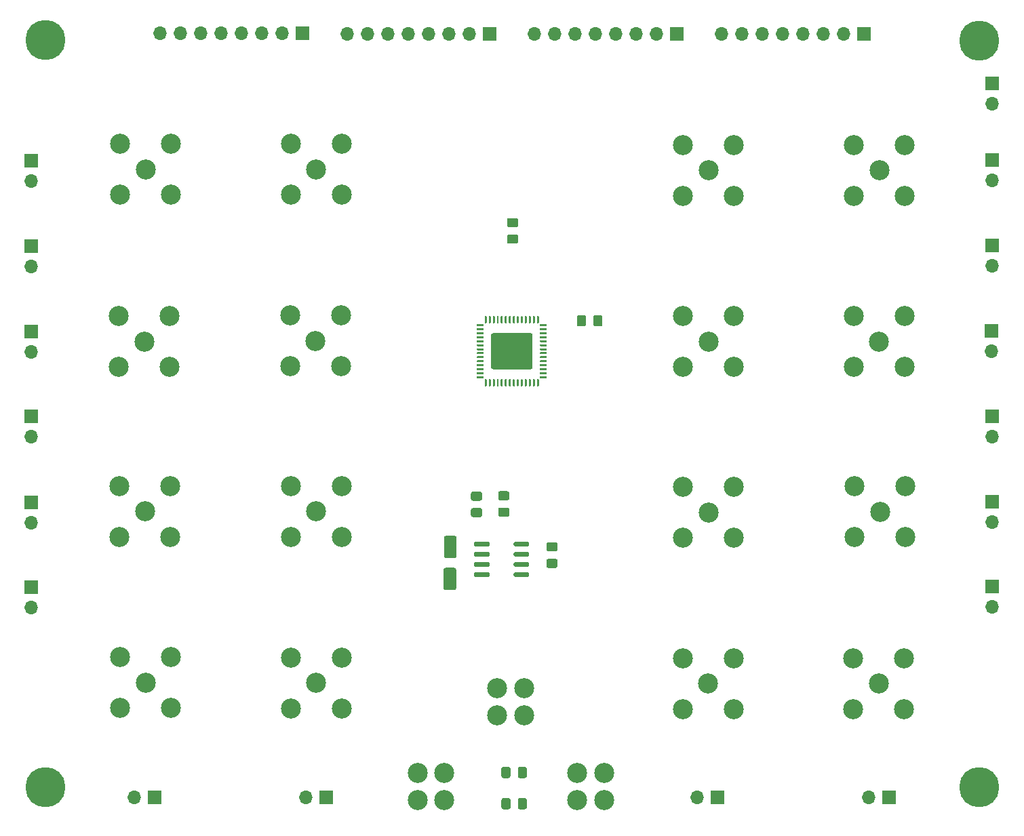
<source format=gbr>
G04 #@! TF.GenerationSoftware,KiCad,Pcbnew,(5.1.10-1-10_14)*
G04 #@! TF.CreationDate,2022-10-09T23:43:03+02:00*
G04 #@! TF.ProjectId,BoatCentralBoard,426f6174-4365-46e7-9472-616c426f6172,rev?*
G04 #@! TF.SameCoordinates,Original*
G04 #@! TF.FileFunction,Soldermask,Top*
G04 #@! TF.FilePolarity,Negative*
%FSLAX46Y46*%
G04 Gerber Fmt 4.6, Leading zero omitted, Abs format (unit mm)*
G04 Created by KiCad (PCBNEW (5.1.10-1-10_14)) date 2022-10-09 23:43:03*
%MOMM*%
%LPD*%
G01*
G04 APERTURE LIST*
%ADD10C,5.000000*%
%ADD11C,2.500000*%
%ADD12R,1.700000X1.700000*%
%ADD13O,1.700000X1.700000*%
G04 APERTURE END LIST*
D10*
X86790800Y-137280600D03*
X203440800Y-137280600D03*
X203390800Y-44030600D03*
X86790800Y-43980600D03*
D11*
X169625000Y-102975000D03*
X166450000Y-106150000D03*
X172800000Y-106150000D03*
X166450000Y-99800000D03*
X172800000Y-99800000D03*
D12*
X205050000Y-101610000D03*
D13*
X205050000Y-104150000D03*
D11*
X153210000Y-135510000D03*
X156580000Y-135510000D03*
X156580000Y-138880000D03*
X153210000Y-138880000D03*
D12*
X205040800Y-49390600D03*
D13*
X205040800Y-51930600D03*
D12*
X118950000Y-43150000D03*
D13*
X116410000Y-43150000D03*
X113870000Y-43150000D03*
X111330000Y-43150000D03*
X108790000Y-43150000D03*
X106250000Y-43150000D03*
X103710000Y-43150000D03*
X101170000Y-43150000D03*
D12*
X142250000Y-43250000D03*
D13*
X139710000Y-43250000D03*
X137170000Y-43250000D03*
X134630000Y-43250000D03*
X132090000Y-43250000D03*
X129550000Y-43250000D03*
X127010000Y-43250000D03*
X124470000Y-43250000D03*
D12*
X165690000Y-43250000D03*
D13*
X163150000Y-43250000D03*
X160610000Y-43250000D03*
X158070000Y-43250000D03*
X155530000Y-43250000D03*
X152990000Y-43250000D03*
X150450000Y-43250000D03*
X147910000Y-43250000D03*
D12*
X189006200Y-43193800D03*
D13*
X186466200Y-43193800D03*
X183926200Y-43193800D03*
X181386200Y-43193800D03*
X178846200Y-43193800D03*
X176306200Y-43193800D03*
X173766200Y-43193800D03*
X171226200Y-43193800D03*
G36*
G01*
X137870400Y-112690600D02*
X136769600Y-112690600D01*
G75*
G02*
X136520000Y-112441000I0J249600D01*
G01*
X136520000Y-110140200D01*
G75*
G02*
X136769600Y-109890600I249600J0D01*
G01*
X137870400Y-109890600D01*
G75*
G02*
X138120000Y-110140200I0J-249600D01*
G01*
X138120000Y-112441000D01*
G75*
G02*
X137870400Y-112690600I-249600J0D01*
G01*
G37*
G36*
G01*
X137921200Y-108690600D02*
X136820400Y-108690600D01*
G75*
G02*
X136570800Y-108441000I0J249600D01*
G01*
X136570800Y-106140200D01*
G75*
G02*
X136820400Y-105890600I249600J0D01*
G01*
X137921200Y-105890600D01*
G75*
G02*
X138170800Y-106140200I0J-249600D01*
G01*
X138170800Y-108441000D01*
G75*
G02*
X137921200Y-108690600I-249600J0D01*
G01*
G37*
D11*
X169550000Y-124350000D03*
X172725000Y-127525000D03*
X172725000Y-121175000D03*
X166375000Y-127525000D03*
X166375000Y-121175000D03*
X169590800Y-81630600D03*
X172765800Y-78455600D03*
X166415800Y-78455600D03*
X172765800Y-84805600D03*
X166415800Y-84805600D03*
X190890800Y-81625000D03*
X194065800Y-78450000D03*
X187715800Y-78450000D03*
X194065800Y-84800000D03*
X187715800Y-84800000D03*
X169590800Y-60275000D03*
X172765800Y-57100000D03*
X166415800Y-57100000D03*
X172765800Y-63450000D03*
X166415800Y-63450000D03*
X120650000Y-102850000D03*
X117475000Y-99675000D03*
X117475000Y-106025000D03*
X123825000Y-99675000D03*
X123825000Y-106025000D03*
X99350000Y-124250000D03*
X96175000Y-121075000D03*
X96175000Y-127425000D03*
X102525000Y-121075000D03*
X102525000Y-127425000D03*
X120650000Y-124275000D03*
X123825000Y-121100000D03*
X117475000Y-121100000D03*
X123825000Y-127450000D03*
X117475000Y-127450000D03*
X99350000Y-60150000D03*
X96175000Y-56975000D03*
X96175000Y-63325000D03*
X102525000Y-56975000D03*
X102525000Y-63325000D03*
X120550000Y-81550000D03*
X117375000Y-78375000D03*
X117375000Y-84725000D03*
X123725000Y-78375000D03*
X123725000Y-84725000D03*
X99150000Y-81650000D03*
X95975000Y-78475000D03*
X95975000Y-84825000D03*
X102325000Y-78475000D03*
X102325000Y-84825000D03*
X99250000Y-102850000D03*
X96075000Y-99675000D03*
X96075000Y-106025000D03*
X102425000Y-99675000D03*
X102425000Y-106025000D03*
X143250000Y-124950000D03*
X146620000Y-124950000D03*
X146620000Y-128320000D03*
X143250000Y-128320000D03*
X190850000Y-124350000D03*
X194025000Y-121175000D03*
X187675000Y-121175000D03*
X194025000Y-127525000D03*
X187675000Y-127525000D03*
X190940800Y-60280600D03*
X187765800Y-57105600D03*
X187765800Y-63455600D03*
X194115800Y-57105600D03*
X194115800Y-63455600D03*
X120650000Y-60150000D03*
X117475000Y-56975000D03*
X117475000Y-63325000D03*
X123825000Y-56975000D03*
X123825000Y-63325000D03*
X191025000Y-102875000D03*
X187850000Y-106050000D03*
X194200000Y-106050000D03*
X187850000Y-99700000D03*
X194200000Y-99700000D03*
X136650000Y-138920000D03*
X133280000Y-138920000D03*
X133280000Y-135550000D03*
X136650000Y-135550000D03*
G36*
G01*
X145285800Y-107095000D02*
X145285800Y-106795000D01*
G75*
G02*
X145435800Y-106645000I150000J0D01*
G01*
X147085800Y-106645000D01*
G75*
G02*
X147235800Y-106795000I0J-150000D01*
G01*
X147235800Y-107095000D01*
G75*
G02*
X147085800Y-107245000I-150000J0D01*
G01*
X145435800Y-107245000D01*
G75*
G02*
X145285800Y-107095000I0J150000D01*
G01*
G37*
G36*
G01*
X145285800Y-108365000D02*
X145285800Y-108065000D01*
G75*
G02*
X145435800Y-107915000I150000J0D01*
G01*
X147085800Y-107915000D01*
G75*
G02*
X147235800Y-108065000I0J-150000D01*
G01*
X147235800Y-108365000D01*
G75*
G02*
X147085800Y-108515000I-150000J0D01*
G01*
X145435800Y-108515000D01*
G75*
G02*
X145285800Y-108365000I0J150000D01*
G01*
G37*
G36*
G01*
X145285800Y-109635000D02*
X145285800Y-109335000D01*
G75*
G02*
X145435800Y-109185000I150000J0D01*
G01*
X147085800Y-109185000D01*
G75*
G02*
X147235800Y-109335000I0J-150000D01*
G01*
X147235800Y-109635000D01*
G75*
G02*
X147085800Y-109785000I-150000J0D01*
G01*
X145435800Y-109785000D01*
G75*
G02*
X145285800Y-109635000I0J150000D01*
G01*
G37*
G36*
G01*
X145285800Y-110905000D02*
X145285800Y-110605000D01*
G75*
G02*
X145435800Y-110455000I150000J0D01*
G01*
X147085800Y-110455000D01*
G75*
G02*
X147235800Y-110605000I0J-150000D01*
G01*
X147235800Y-110905000D01*
G75*
G02*
X147085800Y-111055000I-150000J0D01*
G01*
X145435800Y-111055000D01*
G75*
G02*
X145285800Y-110905000I0J150000D01*
G01*
G37*
G36*
G01*
X140335800Y-110905000D02*
X140335800Y-110605000D01*
G75*
G02*
X140485800Y-110455000I150000J0D01*
G01*
X142135800Y-110455000D01*
G75*
G02*
X142285800Y-110605000I0J-150000D01*
G01*
X142285800Y-110905000D01*
G75*
G02*
X142135800Y-111055000I-150000J0D01*
G01*
X140485800Y-111055000D01*
G75*
G02*
X140335800Y-110905000I0J150000D01*
G01*
G37*
G36*
G01*
X140335800Y-109635000D02*
X140335800Y-109335000D01*
G75*
G02*
X140485800Y-109185000I150000J0D01*
G01*
X142135800Y-109185000D01*
G75*
G02*
X142285800Y-109335000I0J-150000D01*
G01*
X142285800Y-109635000D01*
G75*
G02*
X142135800Y-109785000I-150000J0D01*
G01*
X140485800Y-109785000D01*
G75*
G02*
X140335800Y-109635000I0J150000D01*
G01*
G37*
G36*
G01*
X140335800Y-108365000D02*
X140335800Y-108065000D01*
G75*
G02*
X140485800Y-107915000I150000J0D01*
G01*
X142135800Y-107915000D01*
G75*
G02*
X142285800Y-108065000I0J-150000D01*
G01*
X142285800Y-108365000D01*
G75*
G02*
X142135800Y-108515000I-150000J0D01*
G01*
X140485800Y-108515000D01*
G75*
G02*
X140335800Y-108365000I0J150000D01*
G01*
G37*
G36*
G01*
X140335800Y-107095000D02*
X140335800Y-106795000D01*
G75*
G02*
X140485800Y-106645000I150000J0D01*
G01*
X142135800Y-106645000D01*
G75*
G02*
X142285800Y-106795000I0J-150000D01*
G01*
X142285800Y-107095000D01*
G75*
G02*
X142135800Y-107245000I-150000J0D01*
G01*
X140485800Y-107245000D01*
G75*
G02*
X140335800Y-107095000I0J150000D01*
G01*
G37*
G36*
G01*
X141487500Y-86225000D02*
X140737500Y-86225000D01*
G75*
G02*
X140675000Y-86162500I0J62500D01*
G01*
X140675000Y-86037500D01*
G75*
G02*
X140737500Y-85975000I62500J0D01*
G01*
X141487500Y-85975000D01*
G75*
G02*
X141550000Y-86037500I0J-62500D01*
G01*
X141550000Y-86162500D01*
G75*
G02*
X141487500Y-86225000I-62500J0D01*
G01*
G37*
G36*
G01*
X141487500Y-85725000D02*
X140737500Y-85725000D01*
G75*
G02*
X140675000Y-85662500I0J62500D01*
G01*
X140675000Y-85537500D01*
G75*
G02*
X140737500Y-85475000I62500J0D01*
G01*
X141487500Y-85475000D01*
G75*
G02*
X141550000Y-85537500I0J-62500D01*
G01*
X141550000Y-85662500D01*
G75*
G02*
X141487500Y-85725000I-62500J0D01*
G01*
G37*
G36*
G01*
X141487500Y-85225000D02*
X140737500Y-85225000D01*
G75*
G02*
X140675000Y-85162500I0J62500D01*
G01*
X140675000Y-85037500D01*
G75*
G02*
X140737500Y-84975000I62500J0D01*
G01*
X141487500Y-84975000D01*
G75*
G02*
X141550000Y-85037500I0J-62500D01*
G01*
X141550000Y-85162500D01*
G75*
G02*
X141487500Y-85225000I-62500J0D01*
G01*
G37*
G36*
G01*
X141487500Y-84725000D02*
X140737500Y-84725000D01*
G75*
G02*
X140675000Y-84662500I0J62500D01*
G01*
X140675000Y-84537500D01*
G75*
G02*
X140737500Y-84475000I62500J0D01*
G01*
X141487500Y-84475000D01*
G75*
G02*
X141550000Y-84537500I0J-62500D01*
G01*
X141550000Y-84662500D01*
G75*
G02*
X141487500Y-84725000I-62500J0D01*
G01*
G37*
G36*
G01*
X141487500Y-84225000D02*
X140737500Y-84225000D01*
G75*
G02*
X140675000Y-84162500I0J62500D01*
G01*
X140675000Y-84037500D01*
G75*
G02*
X140737500Y-83975000I62500J0D01*
G01*
X141487500Y-83975000D01*
G75*
G02*
X141550000Y-84037500I0J-62500D01*
G01*
X141550000Y-84162500D01*
G75*
G02*
X141487500Y-84225000I-62500J0D01*
G01*
G37*
G36*
G01*
X141487500Y-83725000D02*
X140737500Y-83725000D01*
G75*
G02*
X140675000Y-83662500I0J62500D01*
G01*
X140675000Y-83537500D01*
G75*
G02*
X140737500Y-83475000I62500J0D01*
G01*
X141487500Y-83475000D01*
G75*
G02*
X141550000Y-83537500I0J-62500D01*
G01*
X141550000Y-83662500D01*
G75*
G02*
X141487500Y-83725000I-62500J0D01*
G01*
G37*
G36*
G01*
X141487500Y-83225000D02*
X140737500Y-83225000D01*
G75*
G02*
X140675000Y-83162500I0J62500D01*
G01*
X140675000Y-83037500D01*
G75*
G02*
X140737500Y-82975000I62500J0D01*
G01*
X141487500Y-82975000D01*
G75*
G02*
X141550000Y-83037500I0J-62500D01*
G01*
X141550000Y-83162500D01*
G75*
G02*
X141487500Y-83225000I-62500J0D01*
G01*
G37*
G36*
G01*
X141487500Y-82725000D02*
X140737500Y-82725000D01*
G75*
G02*
X140675000Y-82662500I0J62500D01*
G01*
X140675000Y-82537500D01*
G75*
G02*
X140737500Y-82475000I62500J0D01*
G01*
X141487500Y-82475000D01*
G75*
G02*
X141550000Y-82537500I0J-62500D01*
G01*
X141550000Y-82662500D01*
G75*
G02*
X141487500Y-82725000I-62500J0D01*
G01*
G37*
G36*
G01*
X141487500Y-82225000D02*
X140737500Y-82225000D01*
G75*
G02*
X140675000Y-82162500I0J62500D01*
G01*
X140675000Y-82037500D01*
G75*
G02*
X140737500Y-81975000I62500J0D01*
G01*
X141487500Y-81975000D01*
G75*
G02*
X141550000Y-82037500I0J-62500D01*
G01*
X141550000Y-82162500D01*
G75*
G02*
X141487500Y-82225000I-62500J0D01*
G01*
G37*
G36*
G01*
X141487500Y-81725000D02*
X140737500Y-81725000D01*
G75*
G02*
X140675000Y-81662500I0J62500D01*
G01*
X140675000Y-81537500D01*
G75*
G02*
X140737500Y-81475000I62500J0D01*
G01*
X141487500Y-81475000D01*
G75*
G02*
X141550000Y-81537500I0J-62500D01*
G01*
X141550000Y-81662500D01*
G75*
G02*
X141487500Y-81725000I-62500J0D01*
G01*
G37*
G36*
G01*
X141487500Y-81225000D02*
X140737500Y-81225000D01*
G75*
G02*
X140675000Y-81162500I0J62500D01*
G01*
X140675000Y-81037500D01*
G75*
G02*
X140737500Y-80975000I62500J0D01*
G01*
X141487500Y-80975000D01*
G75*
G02*
X141550000Y-81037500I0J-62500D01*
G01*
X141550000Y-81162500D01*
G75*
G02*
X141487500Y-81225000I-62500J0D01*
G01*
G37*
G36*
G01*
X141487500Y-80725000D02*
X140737500Y-80725000D01*
G75*
G02*
X140675000Y-80662500I0J62500D01*
G01*
X140675000Y-80537500D01*
G75*
G02*
X140737500Y-80475000I62500J0D01*
G01*
X141487500Y-80475000D01*
G75*
G02*
X141550000Y-80537500I0J-62500D01*
G01*
X141550000Y-80662500D01*
G75*
G02*
X141487500Y-80725000I-62500J0D01*
G01*
G37*
G36*
G01*
X141487500Y-80225000D02*
X140737500Y-80225000D01*
G75*
G02*
X140675000Y-80162500I0J62500D01*
G01*
X140675000Y-80037500D01*
G75*
G02*
X140737500Y-79975000I62500J0D01*
G01*
X141487500Y-79975000D01*
G75*
G02*
X141550000Y-80037500I0J-62500D01*
G01*
X141550000Y-80162500D01*
G75*
G02*
X141487500Y-80225000I-62500J0D01*
G01*
G37*
G36*
G01*
X141487500Y-79725000D02*
X140737500Y-79725000D01*
G75*
G02*
X140675000Y-79662500I0J62500D01*
G01*
X140675000Y-79537500D01*
G75*
G02*
X140737500Y-79475000I62500J0D01*
G01*
X141487500Y-79475000D01*
G75*
G02*
X141550000Y-79537500I0J-62500D01*
G01*
X141550000Y-79662500D01*
G75*
G02*
X141487500Y-79725000I-62500J0D01*
G01*
G37*
G36*
G01*
X141862500Y-79350000D02*
X141737500Y-79350000D01*
G75*
G02*
X141675000Y-79287500I0J62500D01*
G01*
X141675000Y-78537500D01*
G75*
G02*
X141737500Y-78475000I62500J0D01*
G01*
X141862500Y-78475000D01*
G75*
G02*
X141925000Y-78537500I0J-62500D01*
G01*
X141925000Y-79287500D01*
G75*
G02*
X141862500Y-79350000I-62500J0D01*
G01*
G37*
G36*
G01*
X142362500Y-79350000D02*
X142237500Y-79350000D01*
G75*
G02*
X142175000Y-79287500I0J62500D01*
G01*
X142175000Y-78537500D01*
G75*
G02*
X142237500Y-78475000I62500J0D01*
G01*
X142362500Y-78475000D01*
G75*
G02*
X142425000Y-78537500I0J-62500D01*
G01*
X142425000Y-79287500D01*
G75*
G02*
X142362500Y-79350000I-62500J0D01*
G01*
G37*
G36*
G01*
X142862500Y-79350000D02*
X142737500Y-79350000D01*
G75*
G02*
X142675000Y-79287500I0J62500D01*
G01*
X142675000Y-78537500D01*
G75*
G02*
X142737500Y-78475000I62500J0D01*
G01*
X142862500Y-78475000D01*
G75*
G02*
X142925000Y-78537500I0J-62500D01*
G01*
X142925000Y-79287500D01*
G75*
G02*
X142862500Y-79350000I-62500J0D01*
G01*
G37*
G36*
G01*
X143362500Y-79350000D02*
X143237500Y-79350000D01*
G75*
G02*
X143175000Y-79287500I0J62500D01*
G01*
X143175000Y-78537500D01*
G75*
G02*
X143237500Y-78475000I62500J0D01*
G01*
X143362500Y-78475000D01*
G75*
G02*
X143425000Y-78537500I0J-62500D01*
G01*
X143425000Y-79287500D01*
G75*
G02*
X143362500Y-79350000I-62500J0D01*
G01*
G37*
G36*
G01*
X143862500Y-79350000D02*
X143737500Y-79350000D01*
G75*
G02*
X143675000Y-79287500I0J62500D01*
G01*
X143675000Y-78537500D01*
G75*
G02*
X143737500Y-78475000I62500J0D01*
G01*
X143862500Y-78475000D01*
G75*
G02*
X143925000Y-78537500I0J-62500D01*
G01*
X143925000Y-79287500D01*
G75*
G02*
X143862500Y-79350000I-62500J0D01*
G01*
G37*
G36*
G01*
X144362500Y-79350000D02*
X144237500Y-79350000D01*
G75*
G02*
X144175000Y-79287500I0J62500D01*
G01*
X144175000Y-78537500D01*
G75*
G02*
X144237500Y-78475000I62500J0D01*
G01*
X144362500Y-78475000D01*
G75*
G02*
X144425000Y-78537500I0J-62500D01*
G01*
X144425000Y-79287500D01*
G75*
G02*
X144362500Y-79350000I-62500J0D01*
G01*
G37*
G36*
G01*
X144862500Y-79350000D02*
X144737500Y-79350000D01*
G75*
G02*
X144675000Y-79287500I0J62500D01*
G01*
X144675000Y-78537500D01*
G75*
G02*
X144737500Y-78475000I62500J0D01*
G01*
X144862500Y-78475000D01*
G75*
G02*
X144925000Y-78537500I0J-62500D01*
G01*
X144925000Y-79287500D01*
G75*
G02*
X144862500Y-79350000I-62500J0D01*
G01*
G37*
G36*
G01*
X145362500Y-79350000D02*
X145237500Y-79350000D01*
G75*
G02*
X145175000Y-79287500I0J62500D01*
G01*
X145175000Y-78537500D01*
G75*
G02*
X145237500Y-78475000I62500J0D01*
G01*
X145362500Y-78475000D01*
G75*
G02*
X145425000Y-78537500I0J-62500D01*
G01*
X145425000Y-79287500D01*
G75*
G02*
X145362500Y-79350000I-62500J0D01*
G01*
G37*
G36*
G01*
X145862500Y-79350000D02*
X145737500Y-79350000D01*
G75*
G02*
X145675000Y-79287500I0J62500D01*
G01*
X145675000Y-78537500D01*
G75*
G02*
X145737500Y-78475000I62500J0D01*
G01*
X145862500Y-78475000D01*
G75*
G02*
X145925000Y-78537500I0J-62500D01*
G01*
X145925000Y-79287500D01*
G75*
G02*
X145862500Y-79350000I-62500J0D01*
G01*
G37*
G36*
G01*
X146362500Y-79350000D02*
X146237500Y-79350000D01*
G75*
G02*
X146175000Y-79287500I0J62500D01*
G01*
X146175000Y-78537500D01*
G75*
G02*
X146237500Y-78475000I62500J0D01*
G01*
X146362500Y-78475000D01*
G75*
G02*
X146425000Y-78537500I0J-62500D01*
G01*
X146425000Y-79287500D01*
G75*
G02*
X146362500Y-79350000I-62500J0D01*
G01*
G37*
G36*
G01*
X146862500Y-79350000D02*
X146737500Y-79350000D01*
G75*
G02*
X146675000Y-79287500I0J62500D01*
G01*
X146675000Y-78537500D01*
G75*
G02*
X146737500Y-78475000I62500J0D01*
G01*
X146862500Y-78475000D01*
G75*
G02*
X146925000Y-78537500I0J-62500D01*
G01*
X146925000Y-79287500D01*
G75*
G02*
X146862500Y-79350000I-62500J0D01*
G01*
G37*
G36*
G01*
X147362500Y-79350000D02*
X147237500Y-79350000D01*
G75*
G02*
X147175000Y-79287500I0J62500D01*
G01*
X147175000Y-78537500D01*
G75*
G02*
X147237500Y-78475000I62500J0D01*
G01*
X147362500Y-78475000D01*
G75*
G02*
X147425000Y-78537500I0J-62500D01*
G01*
X147425000Y-79287500D01*
G75*
G02*
X147362500Y-79350000I-62500J0D01*
G01*
G37*
G36*
G01*
X147862500Y-79350000D02*
X147737500Y-79350000D01*
G75*
G02*
X147675000Y-79287500I0J62500D01*
G01*
X147675000Y-78537500D01*
G75*
G02*
X147737500Y-78475000I62500J0D01*
G01*
X147862500Y-78475000D01*
G75*
G02*
X147925000Y-78537500I0J-62500D01*
G01*
X147925000Y-79287500D01*
G75*
G02*
X147862500Y-79350000I-62500J0D01*
G01*
G37*
G36*
G01*
X148362500Y-79350000D02*
X148237500Y-79350000D01*
G75*
G02*
X148175000Y-79287500I0J62500D01*
G01*
X148175000Y-78537500D01*
G75*
G02*
X148237500Y-78475000I62500J0D01*
G01*
X148362500Y-78475000D01*
G75*
G02*
X148425000Y-78537500I0J-62500D01*
G01*
X148425000Y-79287500D01*
G75*
G02*
X148362500Y-79350000I-62500J0D01*
G01*
G37*
G36*
G01*
X149362500Y-79725000D02*
X148612500Y-79725000D01*
G75*
G02*
X148550000Y-79662500I0J62500D01*
G01*
X148550000Y-79537500D01*
G75*
G02*
X148612500Y-79475000I62500J0D01*
G01*
X149362500Y-79475000D01*
G75*
G02*
X149425000Y-79537500I0J-62500D01*
G01*
X149425000Y-79662500D01*
G75*
G02*
X149362500Y-79725000I-62500J0D01*
G01*
G37*
G36*
G01*
X149362500Y-80225000D02*
X148612500Y-80225000D01*
G75*
G02*
X148550000Y-80162500I0J62500D01*
G01*
X148550000Y-80037500D01*
G75*
G02*
X148612500Y-79975000I62500J0D01*
G01*
X149362500Y-79975000D01*
G75*
G02*
X149425000Y-80037500I0J-62500D01*
G01*
X149425000Y-80162500D01*
G75*
G02*
X149362500Y-80225000I-62500J0D01*
G01*
G37*
G36*
G01*
X149362500Y-80725000D02*
X148612500Y-80725000D01*
G75*
G02*
X148550000Y-80662500I0J62500D01*
G01*
X148550000Y-80537500D01*
G75*
G02*
X148612500Y-80475000I62500J0D01*
G01*
X149362500Y-80475000D01*
G75*
G02*
X149425000Y-80537500I0J-62500D01*
G01*
X149425000Y-80662500D01*
G75*
G02*
X149362500Y-80725000I-62500J0D01*
G01*
G37*
G36*
G01*
X149362500Y-81225000D02*
X148612500Y-81225000D01*
G75*
G02*
X148550000Y-81162500I0J62500D01*
G01*
X148550000Y-81037500D01*
G75*
G02*
X148612500Y-80975000I62500J0D01*
G01*
X149362500Y-80975000D01*
G75*
G02*
X149425000Y-81037500I0J-62500D01*
G01*
X149425000Y-81162500D01*
G75*
G02*
X149362500Y-81225000I-62500J0D01*
G01*
G37*
G36*
G01*
X149362500Y-81725000D02*
X148612500Y-81725000D01*
G75*
G02*
X148550000Y-81662500I0J62500D01*
G01*
X148550000Y-81537500D01*
G75*
G02*
X148612500Y-81475000I62500J0D01*
G01*
X149362500Y-81475000D01*
G75*
G02*
X149425000Y-81537500I0J-62500D01*
G01*
X149425000Y-81662500D01*
G75*
G02*
X149362500Y-81725000I-62500J0D01*
G01*
G37*
G36*
G01*
X149362500Y-82225000D02*
X148612500Y-82225000D01*
G75*
G02*
X148550000Y-82162500I0J62500D01*
G01*
X148550000Y-82037500D01*
G75*
G02*
X148612500Y-81975000I62500J0D01*
G01*
X149362500Y-81975000D01*
G75*
G02*
X149425000Y-82037500I0J-62500D01*
G01*
X149425000Y-82162500D01*
G75*
G02*
X149362500Y-82225000I-62500J0D01*
G01*
G37*
G36*
G01*
X149362500Y-82725000D02*
X148612500Y-82725000D01*
G75*
G02*
X148550000Y-82662500I0J62500D01*
G01*
X148550000Y-82537500D01*
G75*
G02*
X148612500Y-82475000I62500J0D01*
G01*
X149362500Y-82475000D01*
G75*
G02*
X149425000Y-82537500I0J-62500D01*
G01*
X149425000Y-82662500D01*
G75*
G02*
X149362500Y-82725000I-62500J0D01*
G01*
G37*
G36*
G01*
X149362500Y-83225000D02*
X148612500Y-83225000D01*
G75*
G02*
X148550000Y-83162500I0J62500D01*
G01*
X148550000Y-83037500D01*
G75*
G02*
X148612500Y-82975000I62500J0D01*
G01*
X149362500Y-82975000D01*
G75*
G02*
X149425000Y-83037500I0J-62500D01*
G01*
X149425000Y-83162500D01*
G75*
G02*
X149362500Y-83225000I-62500J0D01*
G01*
G37*
G36*
G01*
X149362500Y-83725000D02*
X148612500Y-83725000D01*
G75*
G02*
X148550000Y-83662500I0J62500D01*
G01*
X148550000Y-83537500D01*
G75*
G02*
X148612500Y-83475000I62500J0D01*
G01*
X149362500Y-83475000D01*
G75*
G02*
X149425000Y-83537500I0J-62500D01*
G01*
X149425000Y-83662500D01*
G75*
G02*
X149362500Y-83725000I-62500J0D01*
G01*
G37*
G36*
G01*
X149362500Y-84225000D02*
X148612500Y-84225000D01*
G75*
G02*
X148550000Y-84162500I0J62500D01*
G01*
X148550000Y-84037500D01*
G75*
G02*
X148612500Y-83975000I62500J0D01*
G01*
X149362500Y-83975000D01*
G75*
G02*
X149425000Y-84037500I0J-62500D01*
G01*
X149425000Y-84162500D01*
G75*
G02*
X149362500Y-84225000I-62500J0D01*
G01*
G37*
G36*
G01*
X149362500Y-84725000D02*
X148612500Y-84725000D01*
G75*
G02*
X148550000Y-84662500I0J62500D01*
G01*
X148550000Y-84537500D01*
G75*
G02*
X148612500Y-84475000I62500J0D01*
G01*
X149362500Y-84475000D01*
G75*
G02*
X149425000Y-84537500I0J-62500D01*
G01*
X149425000Y-84662500D01*
G75*
G02*
X149362500Y-84725000I-62500J0D01*
G01*
G37*
G36*
G01*
X149362500Y-85225000D02*
X148612500Y-85225000D01*
G75*
G02*
X148550000Y-85162500I0J62500D01*
G01*
X148550000Y-85037500D01*
G75*
G02*
X148612500Y-84975000I62500J0D01*
G01*
X149362500Y-84975000D01*
G75*
G02*
X149425000Y-85037500I0J-62500D01*
G01*
X149425000Y-85162500D01*
G75*
G02*
X149362500Y-85225000I-62500J0D01*
G01*
G37*
G36*
G01*
X149362500Y-85725000D02*
X148612500Y-85725000D01*
G75*
G02*
X148550000Y-85662500I0J62500D01*
G01*
X148550000Y-85537500D01*
G75*
G02*
X148612500Y-85475000I62500J0D01*
G01*
X149362500Y-85475000D01*
G75*
G02*
X149425000Y-85537500I0J-62500D01*
G01*
X149425000Y-85662500D01*
G75*
G02*
X149362500Y-85725000I-62500J0D01*
G01*
G37*
G36*
G01*
X149362500Y-86225000D02*
X148612500Y-86225000D01*
G75*
G02*
X148550000Y-86162500I0J62500D01*
G01*
X148550000Y-86037500D01*
G75*
G02*
X148612500Y-85975000I62500J0D01*
G01*
X149362500Y-85975000D01*
G75*
G02*
X149425000Y-86037500I0J-62500D01*
G01*
X149425000Y-86162500D01*
G75*
G02*
X149362500Y-86225000I-62500J0D01*
G01*
G37*
G36*
G01*
X148362500Y-87225000D02*
X148237500Y-87225000D01*
G75*
G02*
X148175000Y-87162500I0J62500D01*
G01*
X148175000Y-86412500D01*
G75*
G02*
X148237500Y-86350000I62500J0D01*
G01*
X148362500Y-86350000D01*
G75*
G02*
X148425000Y-86412500I0J-62500D01*
G01*
X148425000Y-87162500D01*
G75*
G02*
X148362500Y-87225000I-62500J0D01*
G01*
G37*
G36*
G01*
X147862500Y-87225000D02*
X147737500Y-87225000D01*
G75*
G02*
X147675000Y-87162500I0J62500D01*
G01*
X147675000Y-86412500D01*
G75*
G02*
X147737500Y-86350000I62500J0D01*
G01*
X147862500Y-86350000D01*
G75*
G02*
X147925000Y-86412500I0J-62500D01*
G01*
X147925000Y-87162500D01*
G75*
G02*
X147862500Y-87225000I-62500J0D01*
G01*
G37*
G36*
G01*
X147362500Y-87225000D02*
X147237500Y-87225000D01*
G75*
G02*
X147175000Y-87162500I0J62500D01*
G01*
X147175000Y-86412500D01*
G75*
G02*
X147237500Y-86350000I62500J0D01*
G01*
X147362500Y-86350000D01*
G75*
G02*
X147425000Y-86412500I0J-62500D01*
G01*
X147425000Y-87162500D01*
G75*
G02*
X147362500Y-87225000I-62500J0D01*
G01*
G37*
G36*
G01*
X146862500Y-87225000D02*
X146737500Y-87225000D01*
G75*
G02*
X146675000Y-87162500I0J62500D01*
G01*
X146675000Y-86412500D01*
G75*
G02*
X146737500Y-86350000I62500J0D01*
G01*
X146862500Y-86350000D01*
G75*
G02*
X146925000Y-86412500I0J-62500D01*
G01*
X146925000Y-87162500D01*
G75*
G02*
X146862500Y-87225000I-62500J0D01*
G01*
G37*
G36*
G01*
X146362500Y-87225000D02*
X146237500Y-87225000D01*
G75*
G02*
X146175000Y-87162500I0J62500D01*
G01*
X146175000Y-86412500D01*
G75*
G02*
X146237500Y-86350000I62500J0D01*
G01*
X146362500Y-86350000D01*
G75*
G02*
X146425000Y-86412500I0J-62500D01*
G01*
X146425000Y-87162500D01*
G75*
G02*
X146362500Y-87225000I-62500J0D01*
G01*
G37*
G36*
G01*
X145862500Y-87225000D02*
X145737500Y-87225000D01*
G75*
G02*
X145675000Y-87162500I0J62500D01*
G01*
X145675000Y-86412500D01*
G75*
G02*
X145737500Y-86350000I62500J0D01*
G01*
X145862500Y-86350000D01*
G75*
G02*
X145925000Y-86412500I0J-62500D01*
G01*
X145925000Y-87162500D01*
G75*
G02*
X145862500Y-87225000I-62500J0D01*
G01*
G37*
G36*
G01*
X145362500Y-87225000D02*
X145237500Y-87225000D01*
G75*
G02*
X145175000Y-87162500I0J62500D01*
G01*
X145175000Y-86412500D01*
G75*
G02*
X145237500Y-86350000I62500J0D01*
G01*
X145362500Y-86350000D01*
G75*
G02*
X145425000Y-86412500I0J-62500D01*
G01*
X145425000Y-87162500D01*
G75*
G02*
X145362500Y-87225000I-62500J0D01*
G01*
G37*
G36*
G01*
X144862500Y-87225000D02*
X144737500Y-87225000D01*
G75*
G02*
X144675000Y-87162500I0J62500D01*
G01*
X144675000Y-86412500D01*
G75*
G02*
X144737500Y-86350000I62500J0D01*
G01*
X144862500Y-86350000D01*
G75*
G02*
X144925000Y-86412500I0J-62500D01*
G01*
X144925000Y-87162500D01*
G75*
G02*
X144862500Y-87225000I-62500J0D01*
G01*
G37*
G36*
G01*
X144362500Y-87225000D02*
X144237500Y-87225000D01*
G75*
G02*
X144175000Y-87162500I0J62500D01*
G01*
X144175000Y-86412500D01*
G75*
G02*
X144237500Y-86350000I62500J0D01*
G01*
X144362500Y-86350000D01*
G75*
G02*
X144425000Y-86412500I0J-62500D01*
G01*
X144425000Y-87162500D01*
G75*
G02*
X144362500Y-87225000I-62500J0D01*
G01*
G37*
G36*
G01*
X143862500Y-87225000D02*
X143737500Y-87225000D01*
G75*
G02*
X143675000Y-87162500I0J62500D01*
G01*
X143675000Y-86412500D01*
G75*
G02*
X143737500Y-86350000I62500J0D01*
G01*
X143862500Y-86350000D01*
G75*
G02*
X143925000Y-86412500I0J-62500D01*
G01*
X143925000Y-87162500D01*
G75*
G02*
X143862500Y-87225000I-62500J0D01*
G01*
G37*
G36*
G01*
X143362500Y-87225000D02*
X143237500Y-87225000D01*
G75*
G02*
X143175000Y-87162500I0J62500D01*
G01*
X143175000Y-86412500D01*
G75*
G02*
X143237500Y-86350000I62500J0D01*
G01*
X143362500Y-86350000D01*
G75*
G02*
X143425000Y-86412500I0J-62500D01*
G01*
X143425000Y-87162500D01*
G75*
G02*
X143362500Y-87225000I-62500J0D01*
G01*
G37*
G36*
G01*
X142862500Y-87225000D02*
X142737500Y-87225000D01*
G75*
G02*
X142675000Y-87162500I0J62500D01*
G01*
X142675000Y-86412500D01*
G75*
G02*
X142737500Y-86350000I62500J0D01*
G01*
X142862500Y-86350000D01*
G75*
G02*
X142925000Y-86412500I0J-62500D01*
G01*
X142925000Y-87162500D01*
G75*
G02*
X142862500Y-87225000I-62500J0D01*
G01*
G37*
G36*
G01*
X142362500Y-87225000D02*
X142237500Y-87225000D01*
G75*
G02*
X142175000Y-87162500I0J62500D01*
G01*
X142175000Y-86412500D01*
G75*
G02*
X142237500Y-86350000I62500J0D01*
G01*
X142362500Y-86350000D01*
G75*
G02*
X142425000Y-86412500I0J-62500D01*
G01*
X142425000Y-87162500D01*
G75*
G02*
X142362500Y-87225000I-62500J0D01*
G01*
G37*
G36*
G01*
X141862500Y-87225000D02*
X141737500Y-87225000D01*
G75*
G02*
X141675000Y-87162500I0J62500D01*
G01*
X141675000Y-86412500D01*
G75*
G02*
X141737500Y-86350000I62500J0D01*
G01*
X141862500Y-86350000D01*
G75*
G02*
X141925000Y-86412500I0J-62500D01*
G01*
X141925000Y-87162500D01*
G75*
G02*
X141862500Y-87225000I-62500J0D01*
G01*
G37*
G36*
G01*
X147399998Y-85100000D02*
X142700002Y-85100000D01*
G75*
G02*
X142450000Y-84849998I0J250002D01*
G01*
X142450000Y-80850002D01*
G75*
G02*
X142700002Y-80600000I250002J0D01*
G01*
X147399998Y-80600000D01*
G75*
G02*
X147650000Y-80850002I0J-250002D01*
G01*
X147650000Y-84849998D01*
G75*
G02*
X147399998Y-85100000I-250002J0D01*
G01*
G37*
D13*
X85050000Y-104240000D03*
D12*
X85050000Y-101700000D03*
D13*
X85050000Y-93540000D03*
D12*
X85050000Y-91000000D03*
D13*
X85050000Y-82940000D03*
D12*
X85050000Y-80400000D03*
D13*
X85050000Y-72240000D03*
D12*
X85050000Y-69700000D03*
D13*
X85050000Y-61640000D03*
D12*
X85050000Y-59100000D03*
D13*
X119310000Y-138550000D03*
D12*
X121850000Y-138550000D03*
D13*
X97950000Y-138550000D03*
D12*
X100490000Y-138550000D03*
D13*
X85050000Y-114840000D03*
D12*
X85050000Y-112300000D03*
X205050000Y-59010000D03*
D13*
X205050000Y-61550000D03*
X205050000Y-72190000D03*
D12*
X205050000Y-69650000D03*
D13*
X204900000Y-82890000D03*
D12*
X204900000Y-80350000D03*
D13*
X205050000Y-93490000D03*
D12*
X205050000Y-90950000D03*
X205050000Y-112250000D03*
D13*
X205050000Y-114790000D03*
X189610000Y-138550000D03*
D12*
X192150000Y-138550000D03*
D13*
X168210000Y-138550000D03*
D12*
X170750000Y-138550000D03*
G36*
G01*
X144900000Y-134999999D02*
X144900000Y-135900001D01*
G75*
G02*
X144650001Y-136150000I-249999J0D01*
G01*
X143999999Y-136150000D01*
G75*
G02*
X143750000Y-135900001I0J249999D01*
G01*
X143750000Y-134999999D01*
G75*
G02*
X143999999Y-134750000I249999J0D01*
G01*
X144650001Y-134750000D01*
G75*
G02*
X144900000Y-134999999I0J-249999D01*
G01*
G37*
G36*
G01*
X146950000Y-134999999D02*
X146950000Y-135900001D01*
G75*
G02*
X146700001Y-136150000I-249999J0D01*
G01*
X146049999Y-136150000D01*
G75*
G02*
X145800000Y-135900001I0J249999D01*
G01*
X145800000Y-134999999D01*
G75*
G02*
X146049999Y-134750000I249999J0D01*
G01*
X146700001Y-134750000D01*
G75*
G02*
X146950000Y-134999999I0J-249999D01*
G01*
G37*
G36*
G01*
X140199999Y-102425000D02*
X141100001Y-102425000D01*
G75*
G02*
X141350000Y-102674999I0J-249999D01*
G01*
X141350000Y-103325001D01*
G75*
G02*
X141100001Y-103575000I-249999J0D01*
G01*
X140199999Y-103575000D01*
G75*
G02*
X139950000Y-103325001I0J249999D01*
G01*
X139950000Y-102674999D01*
G75*
G02*
X140199999Y-102425000I249999J0D01*
G01*
G37*
G36*
G01*
X140199999Y-100375000D02*
X141100001Y-100375000D01*
G75*
G02*
X141350000Y-100624999I0J-249999D01*
G01*
X141350000Y-101275001D01*
G75*
G02*
X141100001Y-101525000I-249999J0D01*
G01*
X140199999Y-101525000D01*
G75*
G02*
X139950000Y-101275001I0J249999D01*
G01*
X139950000Y-100624999D01*
G75*
G02*
X140199999Y-100375000I249999J0D01*
G01*
G37*
G36*
G01*
X144900000Y-138899999D02*
X144900000Y-139800001D01*
G75*
G02*
X144650001Y-140050000I-249999J0D01*
G01*
X143999999Y-140050000D01*
G75*
G02*
X143750000Y-139800001I0J249999D01*
G01*
X143750000Y-138899999D01*
G75*
G02*
X143999999Y-138650000I249999J0D01*
G01*
X144650001Y-138650000D01*
G75*
G02*
X144900000Y-138899999I0J-249999D01*
G01*
G37*
G36*
G01*
X146950000Y-138899999D02*
X146950000Y-139800001D01*
G75*
G02*
X146700001Y-140050000I-249999J0D01*
G01*
X146049999Y-140050000D01*
G75*
G02*
X145800000Y-139800001I0J249999D01*
G01*
X145800000Y-138899999D01*
G75*
G02*
X146049999Y-138650000I249999J0D01*
G01*
X146700001Y-138650000D01*
G75*
G02*
X146950000Y-138899999I0J-249999D01*
G01*
G37*
G36*
G01*
X155225000Y-79500001D02*
X155225000Y-78599999D01*
G75*
G02*
X155474999Y-78350000I249999J0D01*
G01*
X156125001Y-78350000D01*
G75*
G02*
X156375000Y-78599999I0J-249999D01*
G01*
X156375000Y-79500001D01*
G75*
G02*
X156125001Y-79750000I-249999J0D01*
G01*
X155474999Y-79750000D01*
G75*
G02*
X155225000Y-79500001I0J249999D01*
G01*
G37*
G36*
G01*
X153175000Y-79500001D02*
X153175000Y-78599999D01*
G75*
G02*
X153424999Y-78350000I249999J0D01*
G01*
X154075001Y-78350000D01*
G75*
G02*
X154325000Y-78599999I0J-249999D01*
G01*
X154325000Y-79500001D01*
G75*
G02*
X154075001Y-79750000I-249999J0D01*
G01*
X153424999Y-79750000D01*
G75*
G02*
X153175000Y-79500001I0J249999D01*
G01*
G37*
G36*
G01*
X145600001Y-67375000D02*
X144699999Y-67375000D01*
G75*
G02*
X144450000Y-67125001I0J249999D01*
G01*
X144450000Y-66474999D01*
G75*
G02*
X144699999Y-66225000I249999J0D01*
G01*
X145600001Y-66225000D01*
G75*
G02*
X145850000Y-66474999I0J-249999D01*
G01*
X145850000Y-67125001D01*
G75*
G02*
X145600001Y-67375000I-249999J0D01*
G01*
G37*
G36*
G01*
X145600001Y-69425000D02*
X144699999Y-69425000D01*
G75*
G02*
X144450000Y-69175001I0J249999D01*
G01*
X144450000Y-68524999D01*
G75*
G02*
X144699999Y-68275000I249999J0D01*
G01*
X145600001Y-68275000D01*
G75*
G02*
X145850000Y-68524999I0J-249999D01*
G01*
X145850000Y-69175001D01*
G75*
G02*
X145600001Y-69425000I-249999J0D01*
G01*
G37*
G36*
G01*
X144500001Y-101475000D02*
X143599999Y-101475000D01*
G75*
G02*
X143350000Y-101225001I0J249999D01*
G01*
X143350000Y-100574999D01*
G75*
G02*
X143599999Y-100325000I249999J0D01*
G01*
X144500001Y-100325000D01*
G75*
G02*
X144750000Y-100574999I0J-249999D01*
G01*
X144750000Y-101225001D01*
G75*
G02*
X144500001Y-101475000I-249999J0D01*
G01*
G37*
G36*
G01*
X144500001Y-103525000D02*
X143599999Y-103525000D01*
G75*
G02*
X143350000Y-103275001I0J249999D01*
G01*
X143350000Y-102624999D01*
G75*
G02*
X143599999Y-102375000I249999J0D01*
G01*
X144500001Y-102375000D01*
G75*
G02*
X144750000Y-102624999I0J-249999D01*
G01*
X144750000Y-103275001D01*
G75*
G02*
X144500001Y-103525000I-249999J0D01*
G01*
G37*
G36*
G01*
X149620799Y-108765600D02*
X150520801Y-108765600D01*
G75*
G02*
X150770800Y-109015599I0J-249999D01*
G01*
X150770800Y-109665601D01*
G75*
G02*
X150520801Y-109915600I-249999J0D01*
G01*
X149620799Y-109915600D01*
G75*
G02*
X149370800Y-109665601I0J249999D01*
G01*
X149370800Y-109015599D01*
G75*
G02*
X149620799Y-108765600I249999J0D01*
G01*
G37*
G36*
G01*
X149620799Y-106715600D02*
X150520801Y-106715600D01*
G75*
G02*
X150770800Y-106965599I0J-249999D01*
G01*
X150770800Y-107615601D01*
G75*
G02*
X150520801Y-107865600I-249999J0D01*
G01*
X149620799Y-107865600D01*
G75*
G02*
X149370800Y-107615601I0J249999D01*
G01*
X149370800Y-106965599D01*
G75*
G02*
X149620799Y-106715600I249999J0D01*
G01*
G37*
M02*

</source>
